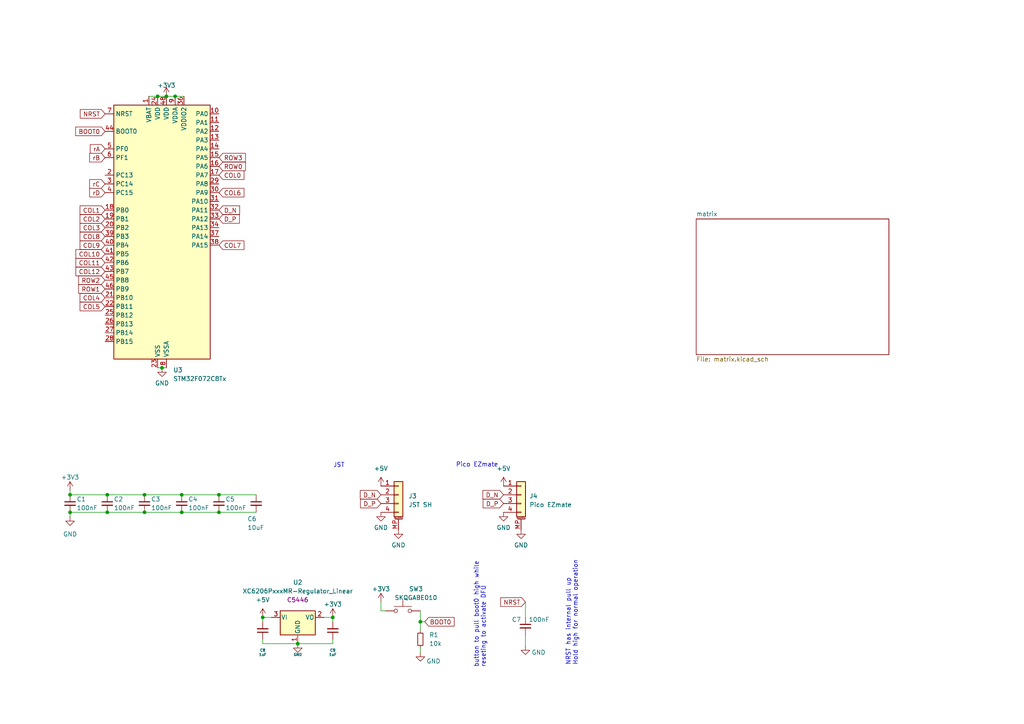
<source format=kicad_sch>
(kicad_sch (version 20231120) (generator "eeschema") (generator_version "8.0")
  (paper "A4")
  (lib_symbols
    (symbol "Connector_Generic_MountingPin:Conn_01x04_MountingPin" (pin_names (offset 1.016) hide)
      (property "Reference" "J" (at 0 5.08 0))
      (property "Value" "Conn_01x04_MountingPin" (at 1.27 -7.62 0))
      (symbol "Conn_01x04_MountingPin_1_1"
        (rectangle (start -1.27 -4.953) (end 0 -5.207) (stroke (width 0.1524)))
        (rectangle (start -1.27 -2.413) (end 0 -2.667) (stroke (width 0.1524)))
        (rectangle (start -1.27 0.127) (end 0 -0.127) (stroke (width 0.1524)))
        (rectangle (start -1.27 2.667) (end 0 2.413) (stroke (width 0.1524)))
        (rectangle (start -1.27 3.81) (end 1.27 -6.35) (stroke (width 0.254)) (fill (type background)))
        (polyline (pts (xy -1.016 -7.112) (xy 1.016 -7.112)) (stroke (width 0.1524)))
        (text "Mounting" (at 0 -6.731 0) (effects (font (size 0.381 0.381))))
        (pin passive line (at -5.08 2.54 0) (length 3.81) (name "Pin_1") (number "1"))
        (pin passive line (at -5.08 0 0) (length 3.81) (name "Pin_2") (number "2"))
        (pin passive line (at -5.08 -2.54 0) (length 3.81) (name "Pin_3") (number "3"))
        (pin passive line (at -5.08 -5.08 0) (length 3.81) (name "Pin_4") (number "4"))
        (pin passive line (at 0 -10.16 90) (length 3.048) (name "MountPin") (number "MP"))
      )
    )
    (symbol "Device:C_Small" (pin_numbers hide) (pin_names (offset 0.254) hide)
      (property "Reference" "C" (at 0.254 1.778 0))
      (property "Value" "C_Small" (at 0.254 -2.032 0))
      (symbol "C_Small_0_1"
        (polyline (pts (xy -1.524 -0.508) (xy 1.524 -0.508)) (stroke (width 0.3302)))
        (polyline (pts (xy -1.524 0.508) (xy 1.524 0.508)) (stroke (width 0.3048)))
      )
      (symbol "C_Small_1_1"
        (pin passive line (at 0 2.54 270) (length 2.032) (name "~") (number "1"))
        (pin passive line (at 0 -2.54 90) (length 2.032) (name "~") (number "2"))
      )
    )
    (symbol "Device:R_Small" (pin_numbers hide) (pin_names (offset 0.254) hide)
      (property "Reference" "R" (at 0.762 0.508 0))
      (property "Value" "R_Small" (at 0.762 -1.016 0))
      (symbol "R_Small_0_1"
        (rectangle (start -0.762 1.778) (end 0.762 -1.778) (stroke (width 0.2032)))
      )
      (symbol "R_Small_1_1"
        (pin passive line (at 0 2.54 270) (length 0.762) (name "~") (number "1"))
        (pin passive line (at 0 -2.54 90) (length 0.762) (name "~") (number "2"))
      )
    )
    (symbol "GND_2" (power) (pin_names (offset 0))
      (property "Value" "GND_2" (at 0 -3.81 0))
      (symbol "GND_2_0_1"
        (polyline (pts (xy 0 0) (xy 0 -1.27) (xy 1.27 -1.27) (xy 0 -2.54) (xy -1.27 -1.27) (xy 0 -1.27)))
      )
      (symbol "GND_2_1_1"
        (pin power_in line (at 0 0 270) (length 0) hide (name "GND") (number "1"))
      )
    )
    (symbol "MCU_ST_STM32F0:STM32F072C8Tx"
      (property "Reference" "U" (at -12.7 39.37 0))
      (property "Value" "STM32F072C8Tx" (at 10.16 39.37 0))
      (symbol "STM32F072C8Tx_0_1"
        (rectangle (start -12.7 -35.56) (end 15.24 38.1) (stroke (width 0.254)) (fill (type background)))
      )
      (symbol "STM32F072C8Tx_1_1"
        (pin power_in line (at -2.54 40.64 270) (length 2.54) (name "VBAT") (number "1"))
        (pin bidirectional line (at 17.78 35.56 180) (length 2.54) (name "PA0") (number "10"))
        (pin bidirectional line (at 17.78 33.02 180) (length 2.54) (name "PA1") (number "11"))
        (pin bidirectional line (at 17.78 30.48 180) (length 2.54) (name "PA2") (number "12"))
        (pin bidirectional line (at 17.78 27.94 180) (length 2.54) (name "PA3") (number "13"))
        (pin bidirectional line (at 17.78 25.4 180) (length 2.54) (name "PA4") (number "14"))
        (pin bidirectional line (at 17.78 22.86 180) (length 2.54) (name "PA5") (number "15"))
        (pin bidirectional line (at 17.78 20.32 180) (length 2.54) (name "PA6") (number "16"))
        (pin bidirectional line (at 17.78 17.78 180) (length 2.54) (name "PA7") (number "17"))
        (pin bidirectional line (at -15.24 7.62 0) (length 2.54) (name "PB0") (number "18"))
        (pin bidirectional line (at -15.24 5.08 0) (length 2.54) (name "PB1") (number "19"))
        (pin bidirectional line (at -15.24 17.78 0) (length 2.54) (name "PC13") (number "2"))
        (pin bidirectional line (at -15.24 2.54 0) (length 2.54) (name "PB2") (number "20"))
        (pin bidirectional line (at -15.24 -17.78 0) (length 2.54) (name "PB10") (number "21"))
        (pin bidirectional line (at -15.24 -20.32 0) (length 2.54) (name "PB11") (number "22"))
        (pin power_in line (at 0 -38.1 90) (length 2.54) (name "VSS") (number "23"))
        (pin power_in line (at 0 40.64 270) (length 2.54) (name "VDD") (number "24"))
        (pin bidirectional line (at -15.24 -22.86 0) (length 2.54) (name "PB12") (number "25"))
        (pin bidirectional line (at -15.24 -25.4 0) (length 2.54) (name "PB13") (number "26"))
        (pin bidirectional line (at -15.24 -27.94 0) (length 2.54) (name "PB14") (number "27"))
        (pin bidirectional line (at -15.24 -30.48 0) (length 2.54) (name "PB15") (number "28"))
        (pin bidirectional line (at 17.78 15.24 180) (length 2.54) (name "PA8") (number "29"))
        (pin bidirectional line (at -15.24 15.24 0) (length 2.54) (name "PC14") (number "3"))
        (pin bidirectional line (at 17.78 12.7 180) (length 2.54) (name "PA9") (number "30"))
        (pin bidirectional line (at 17.78 10.16 180) (length 2.54) (name "PA10") (number "31"))
        (pin bidirectional line (at 17.78 7.62 180) (length 2.54) (name "PA11") (number "32"))
        (pin bidirectional line (at 17.78 5.08 180) (length 2.54) (name "PA12") (number "33"))
        (pin bidirectional line (at 17.78 2.54 180) (length 2.54) (name "PA13") (number "34"))
        (pin passive line (at 0 -38.1 90) (length 2.54) hide (name "VSS") (number "35"))
        (pin power_in line (at 7.62 40.64 270) (length 2.54) (name "VDDIO2") (number "36"))
        (pin bidirectional line (at 17.78 0 180) (length 2.54) (name "PA14") (number "37"))
        (pin bidirectional line (at 17.78 -2.54 180) (length 2.54) (name "PA15") (number "38"))
        (pin bidirectional line (at -15.24 0 0) (length 2.54) (name "PB3") (number "39"))
        (pin bidirectional line (at -15.24 12.7 0) (length 2.54) (name "PC15") (number "4"))
        (pin bidirectional line (at -15.24 -2.54 0) (length 2.54) (name "PB4") (number "40"))
        (pin bidirectional line (at -15.24 -5.08 0) (length 2.54) (name "PB5") (number "41"))
        (pin bidirectional line (at -15.24 -7.62 0) (length 2.54) (name "PB6") (number "42"))
        (pin bidirectional line (at -15.24 -10.16 0) (length 2.54) (name "PB7") (number "43"))
        (pin input line (at -15.24 30.48 0) (length 2.54) (name "BOOT0") (number "44"))
        (pin bidirectional line (at -15.24 -12.7 0) (length 2.54) (name "PB8") (number "45"))
        (pin bidirectional line (at -15.24 -15.24 0) (length 2.54) (name "PB9") (number "46"))
        (pin passive line (at 0 -38.1 90) (length 2.54) hide (name "VSS") (number "47"))
        (pin power_in line (at 2.54 40.64 270) (length 2.54) (name "VDD") (number "48"))
        (pin bidirectional line (at -15.24 25.4 0) (length 2.54) (name "PF0") (number "5"))
        (pin bidirectional line (at -15.24 22.86 0) (length 2.54) (name "PF1") (number "6"))
        (pin input line (at -15.24 35.56 0) (length 2.54) (name "NRST") (number "7"))
        (pin power_in line (at 2.54 -38.1 90) (length 2.54) (name "VSSA") (number "8"))
        (pin power_in line (at 5.08 40.64 270) (length 2.54) (name "VDDA") (number "9"))
      )
    )
    (symbol "Switch:SW_Push" (pin_numbers hide) (pin_names (offset 1.016) hide)
      (property "Reference" "SW" (at 1.27 2.54 0))
      (property "Value" "SW_Push" (at 0 -1.524 0))
      (symbol "SW_Push_0_1"
        (circle (center -2.032 0) (radius 0.508))
        (polyline (pts (xy 0 1.27) (xy 0 3.048)))
        (polyline (pts (xy 2.54 1.27) (xy -2.54 1.27)))
        (circle (center 2.032 0) (radius 0.508))
        (pin passive line (at -5.08 0 0) (length 2.54) (name "1") (number "1"))
        (pin passive line (at 5.08 0 180) (length 2.54) (name "2") (number "2"))
      )
    )
    (symbol "kicad-keyboard-parts:XC6206PxxxMR-Regulator_Linear" (pin_names (offset 0.254))
      (property "Reference" "U" (at -3.81 3.175 0))
      (property "Value" "XC6206PxxxMR-Regulator_Linear" (at 0 3.175 0))
      (property "LCSC" "C5446" (at 0 0 0))
      (symbol "XC6206PxxxMR-Regulator_Linear_0_1"
        (rectangle (start -5.08 1.905) (end 5.08 -5.08) (stroke (width 0.254)) (fill (type background)))
      )
      (symbol "XC6206PxxxMR-Regulator_Linear_1_1"
        (pin power_in line (at 0 -7.62 90) (length 2.54) (name "GND") (number "1"))
        (pin power_out line (at 7.62 0 180) (length 2.54) (name "VO") (number "2"))
        (pin power_in line (at -7.62 0 0) (length 2.54) (name "VI") (number "3"))
      )
    )
    (symbol "power:+3V3" (power) (pin_names (offset 0))
      (property "Value" "+3V3" (at 0 3.556 0))
      (symbol "+3V3_0_1"
        (polyline (pts (xy -0.762 1.27) (xy 0 2.54)))
        (polyline (pts (xy 0 0) (xy 0 2.54)))
        (polyline (pts (xy 0 2.54) (xy 0.762 1.27)))
      )
      (symbol "+3V3_1_1"
        (pin power_in line (at 0 0 90) (length 0) hide (name "+3V3") (number "1"))
      )
    )
    (symbol "power:+5V" (power) (pin_names (offset 0))
      (property "Value" "+5V" (at 0 3.556 0))
      (symbol "+5V_0_1"
        (polyline (pts (xy -0.762 1.27) (xy 0 2.54)))
        (polyline (pts (xy 0 0) (xy 0 2.54)))
        (polyline (pts (xy 0 2.54) (xy 0.762 1.27)))
      )
      (symbol "+5V_1_1"
        (pin power_in line (at 0 0 90) (length 0) hide (name "+5V") (number "1"))
      )
    )
    (symbol "power:GND" (power) (pin_names (offset 0))
      (property "Value" "GND" (at 0 -3.81 0))
      (symbol "GND_0_1"
        (polyline (pts (xy 0 0) (xy 0 -1.27) (xy 1.27 -1.27) (xy 0 -2.54) (xy -1.27 -1.27) (xy 0 -1.27)))
      )
      (symbol "GND_1_1"
        (pin power_in line (at 0 0 270) (length 0) hide (name "GND") (number "1"))
      )
    )
  )
  (junction (at 86.36 186.69) (diameter 0.9144))
  (junction (at 121.92 180.34))
  (junction (at 20.32 143.51))
  (junction (at 50.8 27.94))
  (junction (at 45.72 27.94))
  (junction (at 63.5 143.51))
  (junction (at 52.705 143.51))
  (junction (at 76.2 179.07) (diameter 0.9144))
  (junction (at 31.115 143.51))
  (junction (at 96.52 179.07))
  (junction (at 63.5 148.59))
  (junction (at 20.32 148.59))
  (junction (at 41.91 148.59))
  (junction (at 46.99 106.68))
  (junction (at 48.26 27.94))
  (junction (at 52.705 148.59))
  (junction (at 41.91 143.51))
  (junction (at 31.115 148.59))
  (wire (pts (xy 76.2 185.42) (xy 76.2 186.69)))
  (wire (pts (xy 20.32 142.24) (xy 20.32 143.51)))
  (wire (pts (xy 63.5 148.59) (xy 74.295 148.59)))
  (wire (pts (xy 93.98 179.07) (xy 96.52 179.07)))
  (wire (pts (xy 45.72 27.94) (xy 48.26 27.94)))
  (wire (pts (xy 20.32 143.51) (xy 31.115 143.51)))
  (wire (pts (xy 96.52 179.07) (xy 96.52 180.34)))
  (wire (pts (xy 86.36 186.69) (xy 96.52 186.69)))
  (wire (pts (xy 52.705 148.59) (xy 63.5 148.59)))
  (wire (pts (xy 152.4 174.625) (xy 152.4 179.07)))
  (wire (pts (xy 121.92 187.96) (xy 121.92 189.23)))
  (wire (pts (xy 121.92 177.165) (xy 121.92 180.34)))
  (wire (pts (xy 121.92 180.34) (xy 121.92 182.88)))
  (wire (pts (xy 152.4 187.325) (xy 152.4 184.15)))
  (wire (pts (xy 86.36 186.69) (xy 76.2 186.69)))
  (wire (pts (xy 76.2 179.07) (xy 76.2 180.34)))
  (wire (pts (xy 111.76 177.165) (xy 110.49 177.165)))
  (wire (pts (xy 48.26 27.94) (xy 50.8 27.94)))
  (wire (pts (xy 76.2 179.07) (xy 78.74 179.07)))
  (wire (pts (xy 52.705 143.51) (xy 63.5 143.51)))
  (wire (pts (xy 121.92 180.34) (xy 123.19 180.34)))
  (wire (pts (xy 31.115 148.59) (xy 41.91 148.59)))
  (wire (pts (xy 43.18 27.94) (xy 45.72 27.94)))
  (wire (pts (xy 20.32 149.86) (xy 20.32 148.59)))
  (wire (pts (xy 20.32 148.59) (xy 31.115 148.59)))
  (wire (pts (xy 96.52 185.42) (xy 96.52 186.69)))
  (wire (pts (xy 45.72 106.68) (xy 46.99 106.68)))
  (wire (pts (xy 46.99 106.68) (xy 48.26 106.68)))
  (wire (pts (xy 31.115 143.51) (xy 41.91 143.51)))
  (wire (pts (xy 41.91 143.51) (xy 52.705 143.51)))
  (wire (pts (xy 50.8 27.94) (xy 53.34 27.94)))
  (wire (pts (xy 110.49 177.165) (xy 110.49 174.625)))
  (wire (pts (xy 41.91 148.59) (xy 52.705 148.59)))
  (wire (pts (xy 63.5 143.51) (xy 74.295 143.51)))
  (text "Pico EZmate" (at 132.207 135.636 0) (effects (font (size 1.27 1.27)) (justify left bottom)))
  (text "JST" (at 96.647 135.763 0) (effects (font (size 1.27 1.27)) (justify left bottom)))
  (text "NRST has internal pull up\nHold high for normal operation" (at 167.64 193.04 90) (effects (font (size 1.27 1.27)) (justify left bottom)))
  (text "button to pull boot0 high while \nreseting to activate DFU" (at 140.97 193.675 90) (effects (font (size 1.27 1.27)) (justify left bottom)))
  (global_label "COL0" (shape input) (at 63.5 50.8 0) (property "Intersheetrefs" "${INTERSHEET_REFS}" (effects (hide yes))))
  (global_label "D_P" (shape input) (at 63.5 63.5 0) (property "Intersheetrefs" "${INTERSHEET_REFS}" (effects (hide yes))))
  (global_label "COL9" (shape input) (at 30.48 71.12 180) (property "Intersheetrefs" "${INTERSHEET_REFS}" (effects (hide yes))))
  (global_label "COL6" (shape input) (at 63.5 55.88 0) (property "Intersheetrefs" "${INTERSHEET_REFS}" (effects (hide yes))))
  (global_label "COL7" (shape input) (at 63.5 71.12 0) (property "Intersheetrefs" "${INTERSHEET_REFS}" (effects (hide yes))))
  (global_label "rB" (shape input) (at 30.48 45.72 180) (property "Intersheetrefs" "${INTERSHEET_REFS}" (effects (hide yes))))
  (global_label "ROW0" (shape input) (at 63.5 48.26 0) (property "Intersheetrefs" "${INTERSHEET_REFS}" (effects (hide yes))))
  (global_label "COL5" (shape input) (at 30.48 88.9 180) (property "Intersheetrefs" "${INTERSHEET_REFS}" (effects (hide yes))))
  (global_label "COL12" (shape input) (at 30.48 78.74 180) (property "Intersheetrefs" "${INTERSHEET_REFS}" (effects (hide yes))))
  (global_label "rD" (shape input) (at 30.48 55.88 180) (property "Intersheetrefs" "${INTERSHEET_REFS}" (effects (hide yes))))
  (global_label "BOOT0" (shape input) (at 123.19 180.34 0) (property "Intersheetrefs" "${INTERSHEET_REFS}" (effects (hide yes))))
  (global_label "COL4" (shape input) (at 30.48 86.36 180) (property "Intersheetrefs" "${INTERSHEET_REFS}" (effects (hide yes))))
  (global_label "D_N" (shape input) (at 110.49 143.51 180) (property "Intersheetrefs" "${INTERSHEET_REFS}" (effects (hide yes))))
  (global_label "D_P" (shape input) (at 146.05 146.05 180) (property "Intersheetrefs" "${INTERSHEET_REFS}" (effects (hide yes))))
  (global_label "NRST" (shape input) (at 30.48 33.02 180) (property "Intersheetrefs" "${INTERSHEET_REFS}" (effects (hide yes))))
  (global_label "ROW1" (shape input) (at 30.48 83.82 180) (property "Intersheetrefs" "${INTERSHEET_REFS}" (effects (hide yes))))
  (global_label "COL10" (shape input) (at 30.48 73.66 180) (property "Intersheetrefs" "${INTERSHEET_REFS}" (effects (hide yes))))
  (global_label "COL2" (shape input) (at 30.48 63.5 180) (property "Intersheetrefs" "${INTERSHEET_REFS}" (effects (hide yes))))
  (global_label "ROW3" (shape input) (at 63.5 45.72 0) (property "Intersheetrefs" "${INTERSHEET_REFS}" (effects (hide yes))))
  (global_label "COL1" (shape input) (at 30.48 60.96 180) (property "Intersheetrefs" "${INTERSHEET_REFS}" (effects (hide yes))))
  (global_label "COL8" (shape input) (at 30.48 68.58 180) (property "Intersheetrefs" "${INTERSHEET_REFS}" (effects (hide yes))))
  (global_label "D_N" (shape input) (at 146.05 143.51 180) (property "Intersheetrefs" "${INTERSHEET_REFS}" (effects (hide yes))))
  (global_label "COL11" (shape input) (at 30.48 76.2 180) (property "Intersheetrefs" "${INTERSHEET_REFS}" (effects (hide yes))))
  (global_label "ROW2" (shape input) (at 30.48 81.28 180) (property "Intersheetrefs" "${INTERSHEET_REFS}" (effects (hide yes))))
  (global_label "rA" (shape input) (at 30.48 43.18 180) (property "Intersheetrefs" "${INTERSHEET_REFS}" (effects (hide yes))))
  (global_label "COL3" (shape input) (at 30.48 66.04 180) (property "Intersheetrefs" "${INTERSHEET_REFS}" (effects (hide yes))))
  (global_label "rC" (shape input) (at 30.48 53.34 180) (property "Intersheetrefs" "${INTERSHEET_REFS}" (effects (hide yes))))
  (global_label "D_P" (shape input) (at 110.49 146.05 180) (property "Intersheetrefs" "${INTERSHEET_REFS}" (effects (hide yes))))
  (global_label "D_N" (shape input) (at 63.5 60.96 0) (property "Intersheetrefs" "${INTERSHEET_REFS}" (effects (hide yes))))
  (global_label "NRST" (shape input) (at 152.4 174.625 180) (property "Intersheetrefs" "${INTERSHEET_REFS}" (effects (hide yes))))
  (global_label "BOOT0" (shape input) (at 30.48 38.1 180) (property "Intersheetrefs" "${INTERSHEET_REFS}" (effects (hide yes))))
  (symbol (lib_id "power:GND") (at 121.92 189.23 0) (unit 1)
    (property "Reference" "#PWR012" (effects (hide yes)))
    (property "Value" "GND" (at 125.73 191.77 0))
  )
  (symbol (lib_id "Device:C_Small") (at 76.2 182.88 180) (unit 1)
    (property "Reference" "C8" (at 76.2 188.595 0) (effects (font (size 0.762 0.762))))
    (property "Value" "1uF" (at 76.2 189.865 0) (effects (font (size 0.762 0.762))))
    (property "Footprint" "Capacitor_SMD:C_0603_1608Metric" (effects (hide yes)))
    (property "LCSC" "C52923" (effects (hide yes)))
  )
  (symbol (lib_id "power:GND") (at 86.36 186.69 0) (unit 1)
    (property "Reference" "#PWR09" (effects (hide yes)))
    (property "Value" "GND" (at 86.36 189.865 0) (effects (font (size 0.762 0.762))))
  )
  (symbol (lib_id "Device:C_Small") (at 63.5 146.05 0) (unit 1)
    (property "Reference" "C5" (at 65.405 144.78 0) (effects (justify left)))
    (property "Value" "100nF" (at 65.405 147.32 0) (effects (justify left)))
    (property "Footprint" "Capacitor_SMD:C_0603_1608Metric" (effects (hide yes)))
  )
  (symbol (lib_id "Connector_Generic_MountingPin:Conn_01x04_MountingPin") (at 151.13 143.51 0) (unit 1)
    (property "Reference" "J4" (at 153.543 143.8655 0) (effects (justify left)))
    (property "Value" "Pico EZmate" (at 153.543 146.4055 0) (effects (justify left)))
    (property "Footprint" "Connector_Molex:Molex_Pico-EZmate_78171-0004_1x04-1MP_P1.20mm_Vertical" (effects (hide yes)))
  )
  (symbol (lib_id "power:GND") (at 146.05 148.59 0) (unit 1)
    (property "Reference" "#PWR027" (effects (hide yes)))
    (property "Value" "GND" (at 146.05 153.0334 0))
  )
  (symbol (lib_id "Device:C_Small") (at 31.115 146.05 0) (unit 1)
    (property "Reference" "C2" (at 33.02 144.78 0) (effects (justify left)))
    (property "Value" "100nF" (at 33.02 147.32 0) (effects (justify left)))
    (property "Footprint" "Capacitor_SMD:C_0603_1608Metric" (effects (hide yes)))
  )
  (symbol (lib_id "power:+5V") (at 146.05 140.97 0) (unit 1)
    (property "Reference" "#PWR025" (effects (hide yes)))
    (property "Value" "+5V" (at 146.05 135.89 0))
  )
  (symbol (lib_id "Device:C_Small") (at 20.32 146.05 0) (unit 1)
    (property "Reference" "C1" (at 22.225 144.78 0) (effects (justify left)))
    (property "Value" "100nF" (at 22.225 147.32 0) (effects (justify left)))
    (property "Footprint" "Capacitor_SMD:C_0603_1608Metric" (effects (hide yes)))
  )
  (symbol (lib_id "Switch:SW_Push") (at 116.84 177.165 0) (unit 1)
    (property "Reference" "SW3" (at 120.65 170.815 0))
    (property "Value" "SKQGABE010" (at 120.65 173.355 0))
    (property "Footprint" "Button_Switch_SMD:SW_SPST_SKQG_WithoutStem" (effects (hide yes)))
    (property "LCSC" "C115351" (effects (hide yes)))
  )
  (symbol (lib_id "power:+3V3") (at 96.52 179.07 0) (mirror y) (unit 1)
    (property "Reference" "#PWR08" (effects (hide yes)))
    (property "Value" "+3V3" (at 96.52 175.26 0))
  )
  (symbol (lib_id "power:GND") (at 151.13 153.67 0) (unit 1)
    (property "Reference" "#PWR029" (effects (hide yes)))
    (property "Value" "GND" (at 151.13 158.1134 0))
  )
  (symbol (lib_id "power:GND") (at 115.57 153.67 0) (unit 1)
    (property "Reference" "#PWR028" (effects (hide yes)))
    (property "Value" "GND" (at 115.57 158.1134 0))
  )
  (symbol (lib_id "power:GND") (at 20.32 149.86 0) (unit 1)
    (property "Reference" "#PWR04" (effects (hide yes)))
    (property "Value" "GND" (at 20.32 154.94 0))
  )
  (symbol (lib_id "Device:C_Small") (at 41.91 146.05 0) (unit 1)
    (property "Reference" "C3" (at 43.815 144.78 0) (effects (justify left)))
    (property "Value" "100nF" (at 43.815 147.32 0) (effects (justify left)))
    (property "Footprint" "Capacitor_SMD:C_0603_1608Metric" (effects (hide yes)))
  )
  (symbol (lib_id "power:+3V3") (at 20.32 142.24 0) (unit 1)
    (property "Reference" "#PWR03" (effects (hide yes)))
    (property "Value" "+3V3" (at 20.32 138.43 0))
  )
  (symbol (lib_id "Device:C_Small") (at 74.295 146.05 0) (unit 1)
    (property "Reference" "C6" (at 71.755 150.495 0) (effects (justify left)))
    (property "Value" "10uF" (at 71.755 153.035 0) (effects (justify left)))
    (property "Footprint" "Capacitor_SMD:C_0603_1608Metric" (effects (hide yes)))
  )
  (symbol (lib_id "power:+5V") (at 76.2 179.07 0) (unit 1)
    (property "Reference" "#PWR07" (effects (hide yes)))
    (property "Value" "+5V" (at 76.2 173.99 0))
  )
  (symbol (lib_id "power:GND") (at 152.4 187.325 0) (mirror y) (unit 1)
    (property "Reference" "#PWR010" (effects (hide yes)))
    (property "Value" "GND" (at 156.21 189.23 0))
  )
  (symbol (lib_id "Device:R_Small") (at 121.92 185.42 0) (unit 1)
    (property "Reference" "R1" (at 124.46 184.1499 0) (effects (justify left)))
    (property "Value" "10k" (at 124.46 186.6899 0) (effects (justify left)))
    (property "Footprint" "Resistor_SMD:R_0603_1608Metric" (effects (hide yes)))
  )
  (symbol (lib_id "Device:C_Small") (at 52.705 146.05 0) (unit 1)
    (property "Reference" "C4" (at 54.61 144.78 0) (effects (justify left)))
    (property "Value" "100nF" (at 54.61 147.32 0) (effects (justify left)))
    (property "Footprint" "Capacitor_SMD:C_0603_1608Metric" (effects (hide yes)))
  )
  (symbol (lib_id "Connector_Generic_MountingPin:Conn_01x04_MountingPin") (at 115.57 143.51 0) (unit 1)
    (property "Reference" "J3" (at 118.491 143.8655 0) (effects (justify left)))
    (property "Value" "JST SH" (at 118.491 146.4055 0) (effects (justify left)))
    (property "Footprint" "Connector_JST:JST_SH_SM04B-SRSS-TB_1x04-1MP_P1.00mm_Horizontal" (effects (hide yes)))
  )
  (symbol (lib_id "Device:C_Small") (at 96.52 182.88 180) (unit 1)
    (property "Reference" "C9" (at 96.52 188.595 0) (effects (font (size 0.762 0.762))))
    (property "Value" "1uF" (at 96.52 189.865 0) (effects (font (size 0.762 0.762))))
    (property "Footprint" "Capacitor_SMD:C_0603_1608Metric" (effects (hide yes)))
    (property "LCSC" "C52923" (effects (hide yes)))
  )
  (symbol (lib_id "MCU_ST_STM32F0:STM32F072C8Tx") (at 45.72 68.58 0) (unit 1)
    (property "Reference" "U3" (at 50.2159 107.315 0) (effects (justify left)))
    (property "Value" "STM32F072C8Tx" (at 50.2159 109.855 0) (effects (justify left)))
    (property "Footprint" "Package_QFP:LQFP-48_7x7mm_P0.5mm" (effects (hide yes)))
    (property "Datasheet" "https://www.st.com/resource/en/datasheet/stm32f072c8.pdf" (effects (hide yes)))
  )
  (symbol (lib_id "power:+3V3") (at 110.49 174.625 0) (mirror y) (unit 1)
    (property "Reference" "#PWR06" (effects (hide yes)))
    (property "Value" "+3V3" (at 110.49 170.815 0))
  )
  (symbol (lib_name "GND_2") (lib_id "power:GND") (at 46.99 106.68 0) (unit 1)
    (property "Reference" "#PWR023" (effects (hide yes)))
    (property "Value" "GND" (at 46.99 111.125 0))
  )
  (symbol (lib_id "power:+3V3") (at 48.26 27.94 0) (unit 1)
    (property "Reference" "#PWR013" (effects (hide yes)))
    (property "Value" "+3V3" (at 48.26 24.765 0))
  )
  (symbol (lib_id "kicad-keyboard-parts:XC6206PxxxMR-Regulator_Linear") (at 86.36 179.07 0) (unit 1)
    (property "Reference" "U2" (at 86.36 168.91 0))
    (property "Value" "XC6206PxxxMR-Regulator_Linear" (at 86.36 171.45 0))
    (property "Footprint" "Package_TO_SOT_SMD:SOT-23" (effects (hide yes)))
    (property "Datasheet" "https://www.torexsemi.com/file/xc6206/XC6206.pdf" (effects (hide yes)))
    (property "LCSC" "C5446" (at 86.36 173.99 0))
  )
  (symbol (lib_id "power:GND") (at 110.49 148.59 0) (unit 1)
    (property "Reference" "#PWR026" (effects (hide yes)))
    (property "Value" "GND" (at 110.49 153.0334 0))
  )
  (symbol (lib_id "Device:C_Small") (at 152.4 181.61 0) (mirror y) (unit 1)
    (property "Reference" "C7" (at 151.13 179.705 0) (effects (justify left)))
    (property "Value" "100nF" (at 159.385 179.705 0) (effects (justify left)))
    (property "Footprint" "Capacitor_SMD:C_0603_1608Metric" (effects (hide yes)))
    (property "LCSC" "C307331" (effects (hide yes)))
  )
  (symbol (lib_id "power:+5V") (at 110.49 140.97 0) (unit 1)
    (property "Reference" "#PWR024" (effects (hide yes)))
    (property "Value" "+5V" (at 110.49 135.89 0))
  )
  (sheet (at 201.93 63.5) (size 55.88 39.37) (stroke (width 0.1524))
    (property "Sheetname" "matrix" (at 201.93 62.7884 0) (effects (justify left bottom)))
    (property "Sheetfile" "matrix.kicad_sch" (at 201.93 103.4546 0) (effects (justify left top)))
  )
)
</source>
